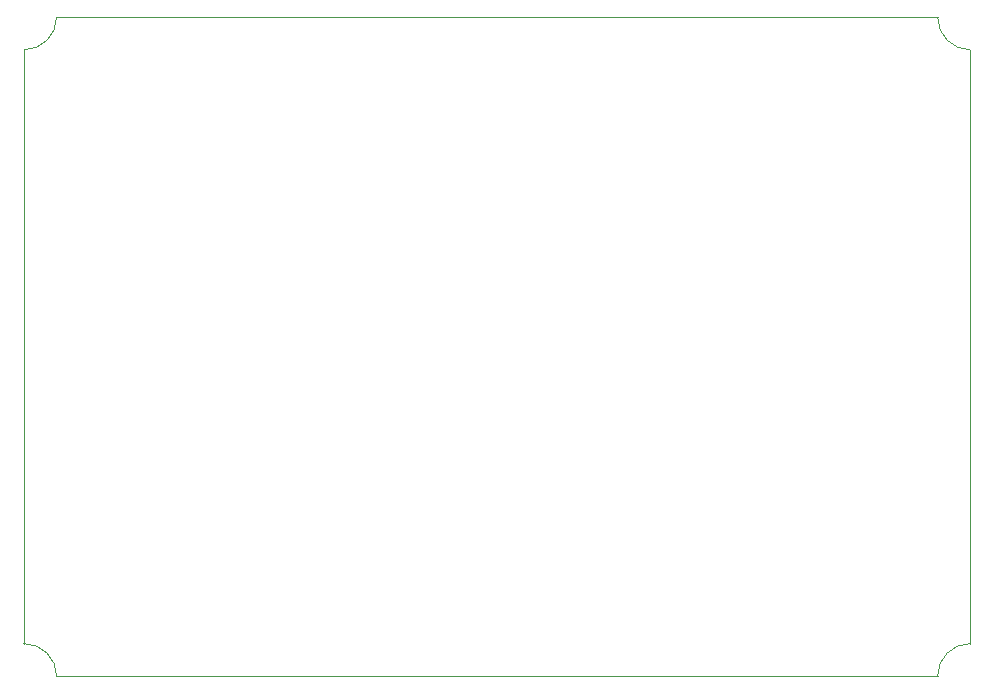
<source format=gbr>
%TF.GenerationSoftware,KiCad,Pcbnew,6.0.11+dfsg-1~bpo11+1*%
%TF.CreationDate,2024-02-18T21:31:41-06:00*%
%TF.ProjectId,BTMS,42544d53-2e6b-4696-9361-645f70636258,rev?*%
%TF.SameCoordinates,Original*%
%TF.FileFunction,Profile,NP*%
%FSLAX46Y46*%
G04 Gerber Fmt 4.6, Leading zero omitted, Abs format (unit mm)*
G04 Created by KiCad (PCBNEW 6.0.11+dfsg-1~bpo11+1) date 2024-02-18 21:31:41*
%MOMM*%
%LPD*%
G01*
G04 APERTURE LIST*
%TA.AperFunction,Profile*%
%ADD10C,0.050000*%
%TD*%
G04 APERTURE END LIST*
D10*
X108532336Y-97838891D02*
G75*
G03*
X111300891Y-95070336I-36J2768591D01*
G01*
X108532336Y-97838891D02*
X108532336Y-148107445D01*
X188647664Y-148107409D02*
G75*
G03*
X185879109Y-150876000I36J-2768591D01*
G01*
X111300891Y-150876000D02*
X185879109Y-150876000D01*
X188647664Y-148107445D02*
X188647664Y-97838891D01*
X185879109Y-95070336D02*
G75*
G03*
X188647664Y-97838891I2768591J36D01*
G01*
X185879109Y-95070336D02*
X111300891Y-95070336D01*
X111300855Y-150876000D02*
G75*
G03*
X108532336Y-148107445I-2768555J0D01*
G01*
M02*

</source>
